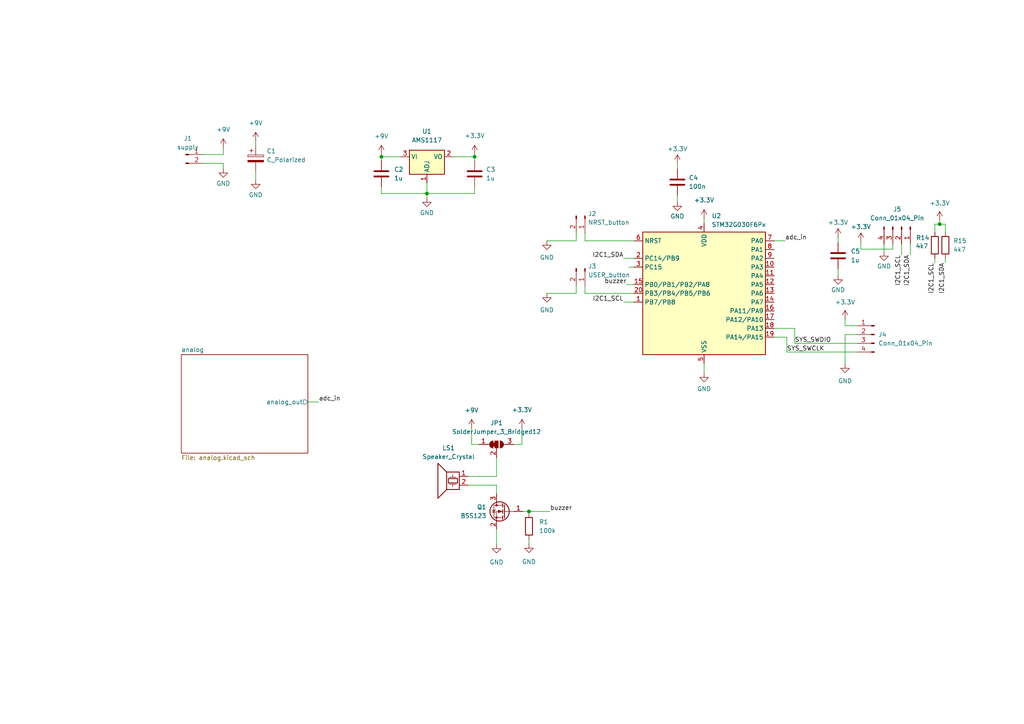
<source format=kicad_sch>
(kicad_sch (version 20230121) (generator eeschema)
  (paper "A4")
  (lib_symbols
    (symbol "Connector:Conn_01x02_Pin" (pin_names (offset 1.016) hide)
      (property "Reference" "J" (at 0 2.54 0))
      (property "Value" "Conn_01x02_Pin" (at 0 -5.08 0))
      (symbol "Conn_01x02_Pin_1_1"
        (polyline (pts (xy 1.27 -2.54) (xy 0.8636 -2.54)) (stroke (width 0.1524)))
        (polyline (pts (xy 1.27 0) (xy 0.8636 0)) (stroke (width 0.1524)))
        (rectangle (start 0.8636 -2.413) (end 0 -2.667) (stroke (width 0.1524)) (fill (type outline)))
        (rectangle (start 0.8636 0.127) (end 0 -0.127) (stroke (width 0.1524)) (fill (type outline)))
        (pin passive line (at 5.08 0 180) (length 3.81) (name "Pin_1") (number "1"))
        (pin passive line (at 5.08 -2.54 180) (length 3.81) (name "Pin_2") (number "2"))
      )
    )
    (symbol "Connector:Conn_01x04_Pin" (pin_names (offset 1.016) hide)
      (property "Reference" "J" (at 0 5.08 0))
      (property "Value" "Conn_01x04_Pin" (at 0 -7.62 0))
      (symbol "Conn_01x04_Pin_1_1"
        (polyline (pts (xy 1.27 -5.08) (xy 0.8636 -5.08)) (stroke (width 0.1524)))
        (polyline (pts (xy 1.27 -2.54) (xy 0.8636 -2.54)) (stroke (width 0.1524)))
        (polyline (pts (xy 1.27 0) (xy 0.8636 0)) (stroke (width 0.1524)))
        (polyline (pts (xy 1.27 2.54) (xy 0.8636 2.54)) (stroke (width 0.1524)))
        (rectangle (start 0.8636 -4.953) (end 0 -5.207) (stroke (width 0.1524)) (fill (type outline)))
        (rectangle (start 0.8636 -2.413) (end 0 -2.667) (stroke (width 0.1524)) (fill (type outline)))
        (rectangle (start 0.8636 0.127) (end 0 -0.127) (stroke (width 0.1524)) (fill (type outline)))
        (rectangle (start 0.8636 2.667) (end 0 2.413) (stroke (width 0.1524)) (fill (type outline)))
        (pin passive line (at 5.08 2.54 180) (length 3.81) (name "Pin_1") (number "1"))
        (pin passive line (at 5.08 0 180) (length 3.81) (name "Pin_2") (number "2"))
        (pin passive line (at 5.08 -2.54 180) (length 3.81) (name "Pin_3") (number "3"))
        (pin passive line (at 5.08 -5.08 180) (length 3.81) (name "Pin_4") (number "4"))
      )
    )
    (symbol "Device:C" (pin_numbers hide) (pin_names (offset 0.254))
      (property "Reference" "C" (at 0.635 2.54 0))
      (property "Value" "C" (at 0.635 -2.54 0))
      (symbol "C_0_1"
        (polyline (pts (xy -2.032 -0.762) (xy 2.032 -0.762)) (stroke (width 0.508)))
        (polyline (pts (xy -2.032 0.762) (xy 2.032 0.762)) (stroke (width 0.508)))
      )
      (symbol "C_1_1"
        (pin passive line (at 0 3.81 270) (length 2.794) (name "~") (number "1"))
        (pin passive line (at 0 -3.81 90) (length 2.794) (name "~") (number "2"))
      )
    )
    (symbol "Device:C_Polarized" (pin_numbers hide) (pin_names (offset 0.254))
      (property "Reference" "C" (at 0.635 2.54 0))
      (property "Value" "C_Polarized" (at 0.635 -2.54 0))
      (symbol "C_Polarized_0_1"
        (rectangle (start -2.286 0.508) (end 2.286 1.016))
        (polyline (pts (xy -1.778 2.286) (xy -0.762 2.286)))
        (polyline (pts (xy -1.27 2.794) (xy -1.27 1.778)))
        (rectangle (start 2.286 -0.508) (end -2.286 -1.016) (fill (type outline)))
      )
      (symbol "C_Polarized_1_1"
        (pin passive line (at 0 3.81 270) (length 2.794) (name "~") (number "1"))
        (pin passive line (at 0 -3.81 90) (length 2.794) (name "~") (number "2"))
      )
    )
    (symbol "Device:R" (pin_numbers hide) (pin_names (offset 0))
      (property "Reference" "R" (at 2.032 0 90))
      (property "Value" "R" (at 0 0 90))
      (symbol "R_0_1"
        (rectangle (start -1.016 -2.54) (end 1.016 2.54) (stroke (width 0.254)))
      )
      (symbol "R_1_1"
        (pin passive line (at 0 3.81 270) (length 1.27) (name "~") (number "1"))
        (pin passive line (at 0 -3.81 90) (length 1.27) (name "~") (number "2"))
      )
    )
    (symbol "Device:Speaker_Crystal" (pin_names (offset 0) hide)
      (property "Reference" "LS" (at 0.635 5.715 0))
      (property "Value" "Speaker_Crystal" (at 0.635 3.81 0))
      (symbol "Speaker_Crystal_0_0"
        (rectangle (start -2.54 1.27) (end 1.143 -3.81) (stroke (width 0.254)))
        (rectangle (start -2.032 -0.635) (end 0.635 -1.905) (stroke (width 0.254)))
        (polyline (pts (xy -1.651 -2.286) (xy 0.381 -2.286)))
        (polyline (pts (xy -1.651 -0.254) (xy 0.381 -0.254)))
        (polyline (pts (xy -0.635 -2.286) (xy -0.635 -3.048)))
        (polyline (pts (xy -0.635 -0.254) (xy -0.635 0.508)))
        (polyline (pts (xy 1.143 1.27) (xy 3.683 3.81) (xy 3.683 -6.35) (xy 1.143 -3.81)) (stroke (width 0.254)))
      )
      (symbol "Speaker_Crystal_1_1"
        (pin input line (at -5.08 0 0) (length 2.54) (name "1") (number "1"))
        (pin input line (at -5.08 -2.54 0) (length 2.54) (name "2") (number "2"))
      )
    )
    (symbol "Jumper:SolderJumper_3_Bridged12" (pin_names (offset 0) hide)
      (property "Reference" "JP" (at -2.54 -2.54 0))
      (property "Value" "SolderJumper_3_Bridged12" (at 0 2.794 0))
      (symbol "SolderJumper_3_Bridged12_0_1"
        (rectangle (start -1.016 0.508) (end -0.508 -0.508) (fill (type outline)))
        (arc (start -1.016 1.016) (mid -2.0276 0) (end -1.016 -1.016))
        (arc (start -1.016 1.016) (mid -2.0276 0) (end -1.016 -1.016) (fill (type outline)))
        (rectangle (start -0.508 1.016) (end 0.508 -1.016) (fill (type outline)))
        (polyline (pts (xy -2.54 0) (xy -2.032 0)))
        (polyline (pts (xy -1.016 1.016) (xy -1.016 -1.016)))
        (polyline (pts (xy 0 -1.27) (xy 0 -1.016)))
        (polyline (pts (xy 1.016 1.016) (xy 1.016 -1.016)))
        (polyline (pts (xy 2.54 0) (xy 2.032 0)))
        (arc (start 1.016 -1.016) (mid 2.0276 0) (end 1.016 1.016))
        (arc (start 1.016 -1.016) (mid 2.0276 0) (end 1.016 1.016) (fill (type outline)))
      )
      (symbol "SolderJumper_3_Bridged12_1_1"
        (pin passive line (at -5.08 0 0) (length 2.54) (name "A") (number "1"))
        (pin passive line (at 0 -3.81 90) (length 2.54) (name "C") (number "2"))
        (pin passive line (at 5.08 0 180) (length 2.54) (name "B") (number "3"))
      )
    )
    (symbol "MCU_ST_STM32G0:STM32G030F6Px"
      (property "Reference" "U" (at -17.78 19.05 0))
      (property "Value" "STM32G030F6Px" (at 2.54 19.05 0))
      (symbol "STM32G030F6Px_0_1"
        (rectangle (start -17.78 -17.78) (end 17.78 17.78) (stroke (width 0.254)) (fill (type background)))
      )
      (symbol "STM32G030F6Px_1_1"
        (pin bidirectional line (at -20.32 -2.54 0) (length 2.54) (name "PB7/PB8") (number "1"))
        (pin bidirectional line (at 20.32 7.62 180) (length 2.54) (name "PA3") (number "10"))
        (pin bidirectional line (at 20.32 5.08 180) (length 2.54) (name "PA4") (number "11"))
        (pin bidirectional line (at 20.32 2.54 180) (length 2.54) (name "PA5") (number "12"))
        (pin bidirectional line (at 20.32 0 180) (length 2.54) (name "PA6") (number "13"))
        (pin bidirectional line (at 20.32 -2.54 180) (length 2.54) (name "PA7") (number "14"))
        (pin bidirectional line (at -20.32 2.54 0) (length 2.54) (name "PB0/PB1/PB2/PA8") (number "15"))
        (pin bidirectional line (at 20.32 -5.08 180) (length 2.54) (name "PA11/PA9") (number "16"))
        (pin bidirectional line (at 20.32 -7.62 180) (length 2.54) (name "PA12/PA10") (number "17"))
        (pin bidirectional line (at 20.32 -10.16 180) (length 2.54) (name "PA13") (number "18"))
        (pin bidirectional line (at 20.32 -12.7 180) (length 2.54) (name "PA14/PA15") (number "19"))
        (pin bidirectional line (at -20.32 10.16 0) (length 2.54) (name "PC14/PB9") (number "2"))
        (pin bidirectional line (at -20.32 0 0) (length 2.54) (name "PB3/PB4/PB5/PB6") (number "20"))
        (pin bidirectional line (at -20.32 7.62 0) (length 2.54) (name "PC15") (number "3"))
        (pin power_in line (at 0 20.32 270) (length 2.54) (name "VDD") (number "4"))
        (pin power_in line (at 0 -20.32 90) (length 2.54) (name "VSS") (number "5"))
        (pin input line (at -20.32 15.24 0) (length 2.54) (name "NRST") (number "6"))
        (pin bidirectional line (at 20.32 15.24 180) (length 2.54) (name "PA0") (number "7"))
        (pin bidirectional line (at 20.32 12.7 180) (length 2.54) (name "PA1") (number "8"))
        (pin bidirectional line (at 20.32 10.16 180) (length 2.54) (name "PA2") (number "9"))
      )
    )
    (symbol "Regulator_Linear:AMS1117"
      (property "Reference" "U" (at -3.81 3.175 0))
      (property "Value" "AMS1117" (at 0 3.175 0))
      (symbol "AMS1117_0_1"
        (rectangle (start -5.08 -5.08) (end 5.08 1.905) (stroke (width 0.254)) (fill (type background)))
      )
      (symbol "AMS1117_1_1"
        (pin input line (at 0 -7.62 90) (length 2.54) (name "ADJ") (number "1"))
        (pin power_out line (at 7.62 0 180) (length 2.54) (name "VO") (number "2"))
        (pin power_in line (at -7.62 0 0) (length 2.54) (name "VI") (number "3"))
      )
    )
    (symbol "Transistor_FET:BSS123" (pin_names hide)
      (property "Reference" "Q" (at 5.08 1.905 0))
      (property "Value" "BSS123" (at 5.08 0 0))
      (symbol "BSS123_0_1"
        (polyline (pts (xy 0.254 0) (xy -2.54 0)))
        (polyline (pts (xy 0.254 1.905) (xy 0.254 -1.905)) (stroke (width 0.254)))
        (polyline (pts (xy 0.762 -1.27) (xy 0.762 -2.286)) (stroke (width 0.254)))
        (polyline (pts (xy 0.762 0.508) (xy 0.762 -0.508)) (stroke (width 0.254)))
        (polyline (pts (xy 0.762 2.286) (xy 0.762 1.27)) (stroke (width 0.254)))
        (polyline (pts (xy 2.54 2.54) (xy 2.54 1.778)))
        (polyline (pts (xy 2.54 -2.54) (xy 2.54 0) (xy 0.762 0)))
        (polyline (pts (xy 0.762 -1.778) (xy 3.302 -1.778) (xy 3.302 1.778) (xy 0.762 1.778)))
        (polyline (pts (xy 1.016 0) (xy 2.032 0.381) (xy 2.032 -0.381) (xy 1.016 0)) (fill (type outline)))
        (polyline (pts (xy 2.794 0.508) (xy 2.921 0.381) (xy 3.683 0.381) (xy 3.81 0.254)))
        (polyline (pts (xy 3.302 0.381) (xy 2.921 -0.254) (xy 3.683 -0.254) (xy 3.302 0.381)))
        (circle (center 1.651 0) (radius 2.794) (stroke (width 0.254)))
        (circle (center 2.54 -1.778) (radius 0.254) (fill (type outline)))
        (circle (center 2.54 1.778) (radius 0.254) (fill (type outline)))
      )
      (symbol "BSS123_1_1"
        (pin input line (at -5.08 0 0) (length 2.54) (name "G") (number "1"))
        (pin passive line (at 2.54 -5.08 90) (length 2.54) (name "S") (number "2"))
        (pin passive line (at 2.54 5.08 270) (length 2.54) (name "D") (number "3"))
      )
    )
    (symbol "power:+3.3V" (power) (pin_names (offset 0))
      (property "Value" "+3.3V" (at 0 3.556 0))
      (symbol "+3.3V_0_1"
        (polyline (pts (xy -0.762 1.27) (xy 0 2.54)))
        (polyline (pts (xy 0 0) (xy 0 2.54)))
        (polyline (pts (xy 0 2.54) (xy 0.762 1.27)))
      )
      (symbol "+3.3V_1_1"
        (pin power_in line (at 0 0 90) (length 0) hide (name "+3.3V") (number "1"))
      )
    )
    (symbol "power:+9V" (power) (pin_names (offset 0))
      (property "Value" "+9V" (at 0 3.556 0))
      (symbol "+9V_0_1"
        (polyline (pts (xy -0.762 1.27) (xy 0 2.54)))
        (polyline (pts (xy 0 0) (xy 0 2.54)))
        (polyline (pts (xy 0 2.54) (xy 0.762 1.27)))
      )
      (symbol "+9V_1_1"
        (pin power_in line (at 0 0 90) (length 0) hide (name "+9V") (number "1"))
      )
    )
    (symbol "power:GND" (power) (pin_names (offset 0))
      (property "Value" "GND" (at 0 -3.81 0))
      (symbol "GND_0_1"
        (polyline (pts (xy 0 0) (xy 0 -1.27) (xy 1.27 -1.27) (xy 0 -2.54) (xy -1.27 -1.27) (xy 0 -1.27)))
      )
      (symbol "GND_1_1"
        (pin power_in line (at 0 0 270) (length 0) hide (name "GND") (number "1"))
      )
    )
  )
  (junction (at 272.542 65.024))
  (junction (at 153.416 148.336))
  (junction (at 110.617 45.466))
  (junction (at 137.668 45.466))
  (junction (at 123.825 56.134))
  (wire (pts (xy 196.469 47.498) (xy 196.469 49.022)))
  (wire (pts (xy 180.848 74.93) (xy 183.896 74.93)))
  (wire (pts (xy 151.384 124.206) (xy 151.384 128.905)))
  (wire (pts (xy 64.77 42.799) (xy 64.77 44.831)))
  (wire (pts (xy 110.617 54.229) (xy 110.617 56.134)))
  (wire (pts (xy 153.416 148.336) (xy 159.512 148.336)))
  (wire (pts (xy 144.018 140.716) (xy 135.763 140.716)))
  (wire (pts (xy 243.078 79.883) (xy 243.078 77.978)))
  (wire (pts (xy 153.416 148.336) (xy 153.416 148.844)))
  (wire (pts (xy 271.145 76.2) (xy 271.145 74.93)))
  (wire (pts (xy 151.384 128.905) (xy 149.098 128.905)))
  (wire (pts (xy 144.018 153.416) (xy 144.018 157.861)))
  (wire (pts (xy 137.668 44.704) (xy 137.668 45.466)))
  (wire (pts (xy 64.77 47.371) (xy 58.928 47.371)))
  (wire (pts (xy 196.469 58.547) (xy 196.469 56.642)))
  (wire (pts (xy 258.953 70.866) (xy 258.953 72.263)))
  (wire (pts (xy 271.145 65.024) (xy 271.145 67.31)))
  (wire (pts (xy 228.219 102.108) (xy 248.539 102.108)))
  (wire (pts (xy 204.216 105.41) (xy 204.216 108.204)))
  (wire (pts (xy 74.168 49.784) (xy 74.168 52.197)))
  (wire (pts (xy 123.825 53.086) (xy 123.825 56.134)))
  (wire (pts (xy 153.416 156.464) (xy 153.416 157.734)))
  (wire (pts (xy 158.623 69.85) (xy 167.132 69.85)))
  (wire (pts (xy 167.132 67.691) (xy 167.132 69.85)))
  (wire (pts (xy 137.668 45.466) (xy 137.668 46.609)))
  (wire (pts (xy 110.617 46.609) (xy 110.617 45.466)))
  (wire (pts (xy 274.193 65.024) (xy 274.193 67.31)))
  (wire (pts (xy 230.505 99.568) (xy 248.539 99.568)))
  (wire (pts (xy 245.11 97.028) (xy 248.539 97.028)))
  (wire (pts (xy 224.536 97.79) (xy 228.219 97.79)))
  (wire (pts (xy 169.672 67.691) (xy 169.672 69.85)))
  (wire (pts (xy 110.617 44.704) (xy 110.617 45.466)))
  (wire (pts (xy 158.623 85.09) (xy 167.132 85.09)))
  (wire (pts (xy 136.779 128.905) (xy 138.938 128.905)))
  (wire (pts (xy 258.953 72.263) (xy 249.682 72.263)))
  (wire (pts (xy 249.682 70.104) (xy 249.682 72.263)))
  (wire (pts (xy 137.668 56.134) (xy 137.668 54.229)))
  (wire (pts (xy 74.168 40.894) (xy 74.168 42.164)))
  (wire (pts (xy 274.193 76.2) (xy 274.193 74.93)))
  (wire (pts (xy 264.033 73.914) (xy 264.033 70.866)))
  (wire (pts (xy 144.018 138.176) (xy 135.763 138.176)))
  (wire (pts (xy 169.672 85.09) (xy 183.896 85.09)))
  (wire (pts (xy 272.542 65.024) (xy 274.193 65.024)))
  (wire (pts (xy 245.11 94.488) (xy 248.539 94.488)))
  (wire (pts (xy 245.11 105.537) (xy 245.11 97.028)))
  (wire (pts (xy 180.848 87.63) (xy 183.896 87.63)))
  (wire (pts (xy 230.505 99.568) (xy 230.505 95.25)))
  (wire (pts (xy 182.372 77.47) (xy 183.896 77.47)))
  (wire (pts (xy 58.928 44.831) (xy 64.77 44.831)))
  (wire (pts (xy 151.638 148.336) (xy 153.416 148.336)))
  (wire (pts (xy 224.536 69.85) (xy 227.711 69.85)))
  (wire (pts (xy 256.413 70.866) (xy 256.413 73.025)))
  (wire (pts (xy 228.219 97.79) (xy 228.219 102.108)))
  (wire (pts (xy 136.779 124.206) (xy 136.779 128.905)))
  (wire (pts (xy 169.672 69.85) (xy 183.896 69.85)))
  (wire (pts (xy 245.11 92.583) (xy 245.11 94.488)))
  (wire (pts (xy 261.493 73.914) (xy 261.493 70.866)))
  (wire (pts (xy 144.018 143.256) (xy 144.018 140.716)))
  (wire (pts (xy 110.617 45.466) (xy 116.205 45.466)))
  (wire (pts (xy 167.132 82.931) (xy 167.132 85.09)))
  (wire (pts (xy 110.617 56.134) (xy 123.825 56.134)))
  (wire (pts (xy 272.542 63.881) (xy 272.542 65.024)))
  (wire (pts (xy 131.445 45.466) (xy 137.668 45.466)))
  (wire (pts (xy 123.825 56.134) (xy 123.825 57.404)))
  (wire (pts (xy 64.77 48.895) (xy 64.77 47.371)))
  (wire (pts (xy 144.018 132.715) (xy 144.018 138.176)))
  (wire (pts (xy 243.078 68.834) (xy 243.078 70.358)))
  (wire (pts (xy 123.825 56.134) (xy 137.668 56.134)))
  (wire (pts (xy 169.672 82.931) (xy 169.672 85.09)))
  (wire (pts (xy 204.216 63.373) (xy 204.216 64.77)))
  (wire (pts (xy 181.737 82.55) (xy 183.896 82.55)))
  (wire (pts (xy 272.542 65.024) (xy 271.145 65.024)))
  (wire (pts (xy 89.281 116.586) (xy 92.456 116.586)))
  (wire (pts (xy 230.505 95.25) (xy 224.536 95.25)))
  (label "I2C1_SCL" (at 271.145 76.2 270))
  (label "I2C1_SDA" (at 264.033 73.914 270))
  (label "SYS_SWCLK" (at 228.219 102.108 0))
  (label "buzzer" (at 159.512 148.336 0))
  (label "I2C1_SDA" (at 274.193 76.2 270))
  (label "I2C1_SCL" (at 180.848 87.63 180))
  (label "I2C1_SDA" (at 180.848 74.93 180))
  (label "adc_in" (at 92.456 116.586 0))
  (label "SYS_SWDIO" (at 230.505 99.568 0))
  (label "adc_in" (at 227.711 69.85 0))
  (label "I2C1_SCL" (at 261.493 73.914 270))
  (label "buzzer" (at 181.737 82.55 180))
  (symbol (lib_id "power:+3.3V") (at 151.384 124.206 0) (unit 1)
    (property "Reference" "#PWR035" (effects hide))
    (property "Value" "+3.3V" (at 151.384 118.872 0))
  )
  (symbol (lib_id "Device:C") (at 137.668 50.419 0) (unit 1)
    (property "Reference" "C3" (at 140.97 49.149 0) (effects (justify left)))
    (property "Value" "1u" (at 140.97 51.689 0) (effects (justify left)))
    (property "Footprint" "Capacitor_SMD:C_0805_2012Metric_Pad1.18x1.45mm_HandSolder" (effects hide))
  )
  (symbol (lib_id "Connector:Conn_01x04_Pin") (at 261.493 65.786 270) (unit 1)
    (property "Reference" "J5" (at 260.223 60.706 90))
    (property "Value" "Conn_01x04_Pin" (at 260.223 63.246 90))
    (property "Footprint" "Connector_PinHeader_2.54mm:PinHeader_1x04_P2.54mm_Vertical" (effects hide))
  )
  (symbol (lib_id "power:GND") (at 204.216 108.204 0) (unit 1)
    (property "Reference" "#PWR021" (effects hide))
    (property "Value" "GND" (at 204.216 112.776 0))
  )
  (symbol (lib_id "Regulator_Linear:AMS1117") (at 123.825 45.466 0) (unit 1)
    (property "Reference" "U1" (at 123.825 38.1 0))
    (property "Value" "AMS1117" (at 123.825 40.64 0))
    (property "Footprint" "Package_TO_SOT_SMD:SOT-223-3_TabPin2" (effects hide))
    (property "Datasheet" "http://www.advanced-monolithic.com/pdf/ds1117.pdf" (effects hide))
  )
  (symbol (lib_id "power:+3.3V") (at 245.11 92.583 0) (unit 1)
    (property "Reference" "#PWR030" (effects hide))
    (property "Value" "+3.3V" (at 245.11 87.63 0))
  )
  (symbol (lib_id "power:GND") (at 158.623 69.85 0) (unit 1)
    (property "Reference" "#PWR022" (effects hide))
    (property "Value" "GND" (at 158.623 74.676 0))
  )
  (symbol (lib_id "power:GND") (at 245.11 105.537 0) (unit 1)
    (property "Reference" "#PWR031" (effects hide))
    (property "Value" "GND" (at 245.11 110.49 0))
  )
  (symbol (lib_id "power:GND") (at 144.018 157.861 0) (unit 1)
    (property "Reference" "#PWR033" (effects hide))
    (property "Value" "GND" (at 144.018 163.068 0))
  )
  (symbol (lib_id "power:+3.3V") (at 196.469 47.498 0) (unit 1)
    (property "Reference" "#PWR028" (effects hide))
    (property "Value" "+3.3V" (at 196.469 43.18 0))
  )
  (symbol (lib_id "Device:C") (at 110.617 50.419 0) (unit 1)
    (property "Reference" "C2" (at 114.3 49.149 0) (effects (justify left)))
    (property "Value" "1u" (at 114.3 51.689 0) (effects (justify left)))
    (property "Footprint" "Capacitor_SMD:C_0805_2012Metric_Pad1.18x1.45mm_HandSolder" (effects hide))
  )
  (symbol (lib_id "power:+3.3V") (at 249.682 70.104 0) (unit 1)
    (property "Reference" "#PWR025" (effects hide))
    (property "Value" "+3.3V" (at 249.682 65.786 0))
  )
  (symbol (lib_id "Transistor_FET:BSS123") (at 146.558 148.336 0) (mirror y) (unit 1)
    (property "Reference" "Q1" (at 141.097 147.066 0) (effects (justify left)))
    (property "Value" "BSS123" (at 141.097 149.606 0) (effects (justify left)))
    (property "Footprint" "Package_TO_SOT_SMD:SOT-23" (effects hide))
    (property "Datasheet" "http://www.diodes.com/assets/Datasheets/ds30366.pdf" (effects hide))
  )
  (symbol (lib_id "Device:C") (at 243.078 74.168 0) (unit 1)
    (property "Reference" "C5" (at 246.761 72.898 0) (effects (justify left)))
    (property "Value" "1u" (at 246.761 75.438 0) (effects (justify left)))
    (property "Footprint" "Capacitor_SMD:C_0805_2012Metric_Pad1.18x1.45mm_HandSolder" (effects hide))
  )
  (symbol (lib_id "Device:C_Polarized") (at 74.168 45.974 0) (unit 1)
    (property "Reference" "C1" (at 77.343 43.815 0) (effects (justify left)))
    (property "Value" "C_Polarized" (at 77.343 46.355 0) (effects (justify left)))
    (property "Footprint" "Capacitor_THT:CP_Radial_D5.0mm_P2.50mm" (effects hide))
  )
  (symbol (lib_id "MCU_ST_STM32G0:STM32G030F6Px") (at 204.216 85.09 0) (unit 1)
    (property "Reference" "U2" (at 206.4101 62.611 0) (effects (justify left)))
    (property "Value" "STM32G030F6Px" (at 206.4101 65.151 0) (effects (justify left)))
    (property "Footprint" "Package_SO:TSSOP-20_4.4x6.5mm_P0.65mm" (effects hide))
    (property "Datasheet" "https://www.st.com/resource/en/datasheet/stm32g030f6.pdf" (effects hide))
  )
  (symbol (lib_id "power:+9V") (at 110.617 44.704 0) (unit 1)
    (property "Reference" "#PWR016" (effects hide))
    (property "Value" "+9V" (at 110.617 39.497 0))
  )
  (symbol (lib_id "power:GND") (at 74.168 52.197 0) (unit 1)
    (property "Reference" "#PWR04" (effects hide))
    (property "Value" "GND" (at 74.168 56.515 0))
  )
  (symbol (lib_id "Connector:Conn_01x02_Pin") (at 169.672 62.611 270) (unit 1)
    (property "Reference" "J2" (at 170.561 61.976 90) (effects (justify left)))
    (property "Value" "NRST_button" (at 170.561 64.516 90) (effects (justify left)))
    (property "Footprint" "Connector_PinHeader_2.54mm:PinHeader_1x02_P2.54mm_Vertical" (effects hide))
  )
  (symbol (lib_id "power:GND") (at 123.825 57.404 0) (unit 1)
    (property "Reference" "#PWR017" (effects hide))
    (property "Value" "GND" (at 123.825 61.722 0))
  )
  (symbol (lib_id "power:+3.3V") (at 243.078 68.834 0) (unit 1)
    (property "Reference" "#PWR026" (effects hide))
    (property "Value" "+3.3V" (at 243.078 64.516 0))
  )
  (symbol (lib_id "power:+9V") (at 64.77 42.799 0) (unit 1)
    (property "Reference" "#PWR01" (effects hide))
    (property "Value" "+9V" (at 64.77 37.592 0))
  )
  (symbol (lib_id "power:GND") (at 64.77 48.895 0) (unit 1)
    (property "Reference" "#PWR02" (effects hide))
    (property "Value" "GND" (at 64.77 53.213 0))
  )
  (symbol (lib_id "power:+3.3V") (at 137.668 44.704 0) (unit 1)
    (property "Reference" "#PWR018" (effects hide))
    (property "Value" "+3.3V" (at 137.668 39.37 0))
  )
  (symbol (lib_id "power:GND") (at 158.623 85.09 0) (unit 1)
    (property "Reference" "#PWR023" (effects hide))
    (property "Value" "GND" (at 158.623 89.916 0))
  )
  (symbol (lib_id "Device:R") (at 274.193 71.12 180) (unit 1)
    (property "Reference" "R15" (at 276.479 69.85 0) (effects (justify right)))
    (property "Value" "4k7" (at 276.479 72.39 0) (effects (justify right)))
    (property "Footprint" "Resistor_SMD:R_0805_2012Metric_Pad1.20x1.40mm_HandSolder" (effects hide))
  )
  (symbol (lib_id "Device:R") (at 271.145 71.12 180) (unit 1)
    (property "Reference" "R14" (at 265.684 68.961 0) (effects (justify right)))
    (property "Value" "4k7" (at 265.557 71.374 0) (effects (justify right)))
    (property "Footprint" "Resistor_SMD:R_0805_2012Metric_Pad1.20x1.40mm_HandSolder" (effects hide))
  )
  (symbol (lib_id "power:GND") (at 256.413 73.025 0) (unit 1)
    (property "Reference" "#PWR024" (effects hide))
    (property "Value" "GND" (at 256.413 77.216 0))
  )
  (symbol (lib_id "power:+9V") (at 74.168 40.894 0) (unit 1)
    (property "Reference" "#PWR03" (effects hide))
    (property "Value" "+9V" (at 74.168 35.687 0))
  )
  (symbol (lib_id "power:+9V") (at 136.779 124.206 0) (unit 1)
    (property "Reference" "#PWR036" (effects hide))
    (property "Value" "+9V" (at 136.779 118.999 0))
  )
  (symbol (lib_id "Device:Speaker_Crystal") (at 130.683 138.176 0) (mirror y) (unit 1)
    (property "Reference" "LS1" (at 130.1115 129.921 0))
    (property "Value" "Speaker_Crystal" (at 130.1115 132.461 0))
    (property "Footprint" "Buzzer_Beeper:Buzzer_D14mm_H7mm_P10mm" (effects hide))
  )
  (symbol (lib_id "Connector:Conn_01x04_Pin") (at 253.619 97.028 0) (mirror y) (unit 1)
    (property "Reference" "J4" (at 254.762 97.028 0) (effects (justify right)))
    (property "Value" "Conn_01x04_Pin" (at 254.762 99.568 0) (effects (justify right)))
    (property "Footprint" "Connector_PinHeader_2.54mm:PinHeader_1x04_P2.54mm_Vertical" (effects hide))
  )
  (symbol (lib_id "power:GND") (at 243.078 79.883 0) (unit 1)
    (property "Reference" "#PWR027" (effects hide))
    (property "Value" "GND" (at 243.078 84.074 0))
  )
  (symbol (lib_id "Jumper:SolderJumper_3_Bridged12") (at 144.018 128.905 0) (unit 1)
    (property "Reference" "JP1" (at 144.018 122.682 0))
    (property "Value" "SolderJumper_3_Bridged12" (at 144.018 125.222 0))
    (property "Footprint" "Jumper:SolderJumper-3_P1.3mm_Bridged2Bar12_RoundedPad1.0x1.5mm" (effects hide))
  )
  (symbol (lib_id "Connector:Conn_01x02_Pin") (at 53.848 44.831 0) (unit 1)
    (property "Reference" "J1" (at 54.483 40.132 0))
    (property "Value" "supply" (at 54.483 42.672 0))
    (property "Footprint" "Connector_PinHeader_2.54mm:PinHeader_1x02_P2.54mm_Vertical" (effects hide))
  )
  (symbol (lib_id "power:GND") (at 153.416 157.734 0) (unit 1)
    (property "Reference" "#PWR034" (effects hide))
    (property "Value" "GND" (at 153.416 162.941 0))
  )
  (symbol (lib_id "power:+3.3V") (at 204.216 63.373 0) (unit 1)
    (property "Reference" "#PWR020" (effects hide))
    (property "Value" "+3.3V" (at 204.216 58.039 0))
  )
  (symbol (lib_id "power:GND") (at 196.469 58.547 0) (unit 1)
    (property "Reference" "#PWR029" (effects hide))
    (property "Value" "GND" (at 196.469 62.738 0))
  )
  (symbol (lib_id "Connector:Conn_01x02_Pin") (at 169.672 77.851 270) (unit 1)
    (property "Reference" "J3" (at 170.561 77.216 90) (effects (justify left)))
    (property "Value" "USER_button" (at 170.561 79.756 90) (effects (justify left)))
    (property "Footprint" "Connector_PinHeader_2.54mm:PinHeader_1x02_P2.54mm_Vertical" (effects hide))
  )
  (symbol (lib_id "power:+3.3V") (at 272.542 63.881 0) (unit 1)
    (property "Reference" "#PWR037" (effects hide))
    (property "Value" "+3.3V" (at 272.542 58.928 0))
  )
  (symbol (lib_id "Device:C") (at 196.469 52.832 0) (unit 1)
    (property "Reference" "C4" (at 199.771 51.562 0) (effects (justify left)))
    (property "Value" "100n" (at 199.771 54.102 0) (effects (justify left)))
    (property "Footprint" "Capacitor_SMD:C_0805_2012Metric_Pad1.18x1.45mm_HandSolder" (effects hide))
  )
  (symbol (lib_id "Device:R") (at 153.416 152.654 0) (unit 1)
    (property "Reference" "R1" (at 156.337 151.384 0) (effects (justify left)))
    (property "Value" "100k" (at 156.337 153.924 0) (effects (justify left)))
    (property "Footprint" "Resistor_SMD:R_0805_2012Metric_Pad1.20x1.40mm_HandSolder" (effects hide))
  )
  (sheet (at 52.578 102.87) (size 36.703 28.575) (stroke (width 0.1524))
    (property "Sheetname" "analog" (at 52.578 102.1584 0) (effects (justify left bottom)))
    (property "Sheetfile" "analog.kicad_sch" (at 52.578 132.0296 0) (effects (justify left top)))
    (pin "analog_out" output (at 89.281 116.586 0))
  )
)
</source>
